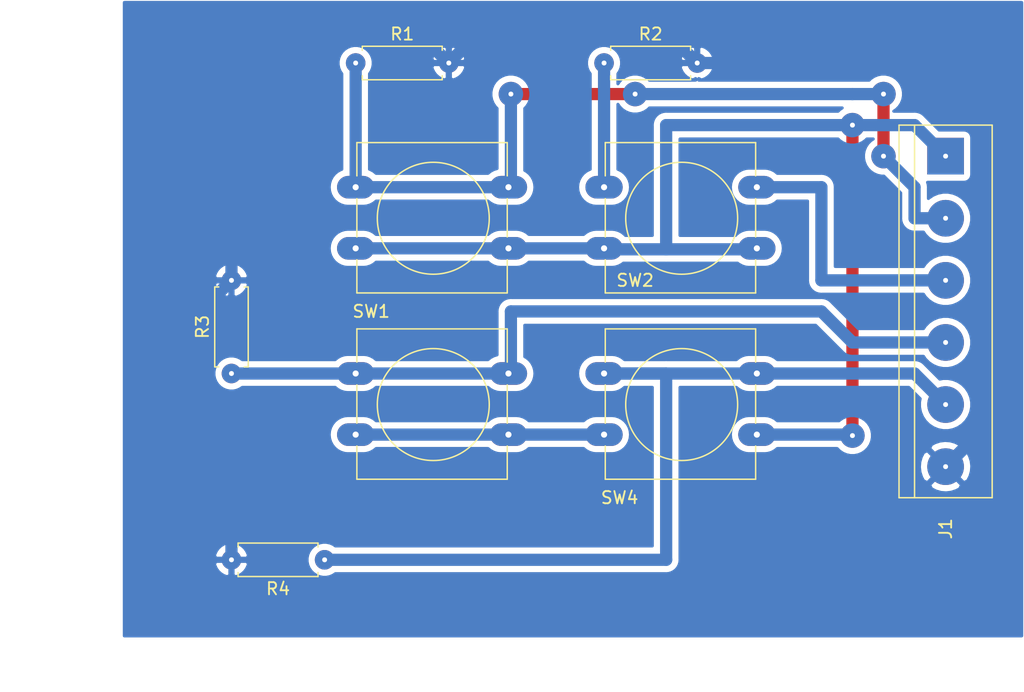
<source format=kicad_pcb>
(kicad_pcb (version 20171130) (host pcbnew "(5.1.8)-1")

  (general
    (thickness 1.6)
    (drawings 10)
    (tracks 67)
    (zones 0)
    (modules 9)
    (nets 7)
  )

  (page A4)
  (layers
    (0 F.Cu signal)
    (31 B.Cu signal)
    (32 B.Adhes user)
    (33 F.Adhes user)
    (34 B.Paste user)
    (35 F.Paste user)
    (36 B.SilkS user)
    (37 F.SilkS user)
    (38 B.Mask user)
    (39 F.Mask user)
    (40 Dwgs.User user)
    (41 Cmts.User user)
    (42 Eco1.User user)
    (43 Eco2.User user)
    (44 Edge.Cuts user)
    (45 Margin user)
    (46 B.CrtYd user)
    (47 F.CrtYd user)
    (48 B.Fab user)
    (49 F.Fab user)
  )

  (setup
    (last_trace_width 0.25)
    (user_trace_width 0.5)
    (user_trace_width 1)
    (user_trace_width 2)
    (trace_clearance 0.2)
    (zone_clearance 0.508)
    (zone_45_only no)
    (trace_min 0.2)
    (via_size 0.8)
    (via_drill 0.4)
    (via_min_size 0.4)
    (via_min_drill 0.3)
    (user_via 2 0.4)
    (uvia_size 0.3)
    (uvia_drill 0.1)
    (uvias_allowed no)
    (uvia_min_size 0.2)
    (uvia_min_drill 0.1)
    (edge_width 0.05)
    (segment_width 0.2)
    (pcb_text_width 0.3)
    (pcb_text_size 1.5 1.5)
    (mod_edge_width 0.12)
    (mod_text_size 1 1)
    (mod_text_width 0.15)
    (pad_size 3.048 1.85)
    (pad_drill 0.5)
    (pad_to_mask_clearance 0)
    (aux_axis_origin 0 0)
    (visible_elements 7FFFFFFF)
    (pcbplotparams
      (layerselection 0x01028_7ffffffe)
      (usegerberextensions false)
      (usegerberattributes true)
      (usegerberadvancedattributes true)
      (creategerberjobfile true)
      (excludeedgelayer true)
      (linewidth 1.000000)
      (plotframeref true)
      (viasonmask true)
      (mode 1)
      (useauxorigin false)
      (hpglpennumber 1)
      (hpglpenspeed 20)
      (hpglpendiameter 15.000000)
      (psnegative false)
      (psa4output false)
      (plotreference true)
      (plotvalue true)
      (plotinvisibletext true)
      (padsonsilk true)
      (subtractmaskfromsilk false)
      (outputformat 4)
      (mirror false)
      (drillshape 2)
      (scaleselection 1)
      (outputdirectory ""))
  )

  (net 0 "")
  (net 1 GND)
  (net 2 BLUE)
  (net 3 YELLOW)
  (net 4 +5V)
  (net 5 RED)
  (net 6 GREEN)

  (net_class Default "This is the default net class."
    (clearance 0.2)
    (trace_width 0.25)
    (via_dia 0.8)
    (via_drill 0.4)
    (uvia_dia 0.3)
    (uvia_drill 0.1)
    (add_net +5V)
    (add_net BLUE)
    (add_net GND)
    (add_net GREEN)
    (add_net RED)
    (add_net YELLOW)
  )

  (module Button_Switch_THT:SW_PUSH-12mm (layer F.Cu) (tedit 6649C9F9) (tstamp 66490F02)
    (at 134.62 93.98)
    (descr "SW PUSH 12mm https://www.e-switch.com/system/asset/product_line/data_sheet/143/TL1100.pdf")
    (tags "tact sw push 12mm")
    (path /6649619E)
    (fp_text reference SW3 (at 1.27 10.16) (layer F.SilkS) hide
      (effects (font (size 1 1) (thickness 0.15)))
    )
    (fp_text value YELLOW (at 11.43 9.93) (layer F.Fab)
      (effects (font (size 1 1) (thickness 0.15)))
    )
    (fp_line (start 0.25 8.5) (end 12.25 8.5) (layer F.Fab) (width 0.1))
    (fp_line (start 0.25 -3.5) (end 12.25 -3.5) (layer F.Fab) (width 0.1))
    (fp_line (start 12.25 -3.5) (end 12.25 8.5) (layer F.Fab) (width 0.1))
    (fp_line (start 0.1 -3.65) (end 12.4 -3.65) (layer F.SilkS) (width 0.12))
    (fp_line (start 12.4 0.93) (end 12.4 4.07) (layer F.SilkS) (width 0.12))
    (fp_line (start 12.4 8.65) (end 0.1 8.65) (layer F.SilkS) (width 0.12))
    (fp_line (start 0.1 -0.93) (end 0.1 -3.65) (layer F.SilkS) (width 0.12))
    (fp_line (start -1.77 -3.75) (end 14.25 -3.75) (layer F.CrtYd) (width 0.05))
    (fp_line (start -1.77 -3.75) (end -1.77 8.75) (layer F.CrtYd) (width 0.05))
    (fp_line (start 14.25 8.75) (end 14.25 -3.75) (layer F.CrtYd) (width 0.05))
    (fp_line (start 14.25 8.75) (end -1.77 8.75) (layer F.CrtYd) (width 0.05))
    (fp_circle (center 6.35 2.54) (end 10.16 5.08) (layer F.SilkS) (width 0.12))
    (fp_line (start 0.25 -3.5) (end 0.25 8.5) (layer F.Fab) (width 0.1))
    (fp_line (start 0.1 8.65) (end 0.1 5.93) (layer F.SilkS) (width 0.12))
    (fp_line (start 0.1 4.07) (end 0.1 0.93) (layer F.SilkS) (width 0.12))
    (fp_line (start 12.4 5.93) (end 12.4 8.65) (layer F.SilkS) (width 0.12))
    (fp_line (start 12.4 -3.65) (end 12.4 -0.93) (layer F.SilkS) (width 0.12))
    (fp_text user %R (at 6.35 2.54) (layer F.Fab)
      (effects (font (size 1 1) (thickness 0.15)))
    )
    (pad 2 thru_hole oval (at 0 5) (size 3.048 1.85) (drill 0.5) (layers *.Cu *.Mask)
      (net 4 +5V))
    (pad 1 thru_hole oval (at 0 0) (size 3.048 1.85) (drill 0.5) (layers *.Cu *.Mask)
      (net 3 YELLOW))
    (pad 2 thru_hole oval (at 12.5 5) (size 3.048 1.85) (drill 0.5) (layers *.Cu *.Mask)
      (net 4 +5V))
    (pad 1 thru_hole oval (at 12.5 0) (size 3.048 1.85) (drill 0.5) (layers *.Cu *.Mask)
      (net 3 YELLOW))
    (model ${KISYS3DMOD}/Button_Switch_THT.3dshapes/SW_PUSH-12mm.wrl
      (at (xyz 0 0 0))
      (scale (xyz 1 1 1))
      (rotate (xyz 0 0 0))
    )
  )

  (module Button_Switch_THT:SW_PUSH-12mm (layer F.Cu) (tedit 6649CA13) (tstamp 66490F1C)
    (at 154.94 93.98)
    (descr "SW PUSH 12mm https://www.e-switch.com/system/asset/product_line/data_sheet/143/TL1100.pdf")
    (tags "tact sw push 12mm")
    (path /66496776)
    (fp_text reference SW4 (at 1.27 10.16) (layer F.SilkS)
      (effects (font (size 1 1) (thickness 0.15)))
    )
    (fp_text value BLUE (at 11.43 10.16) (layer F.Fab)
      (effects (font (size 1 1) (thickness 0.15)))
    )
    (fp_line (start 0.25 8.5) (end 12.25 8.5) (layer F.Fab) (width 0.1))
    (fp_line (start 0.25 -3.5) (end 12.25 -3.5) (layer F.Fab) (width 0.1))
    (fp_line (start 12.25 -3.5) (end 12.25 8.5) (layer F.Fab) (width 0.1))
    (fp_line (start 0.1 -3.65) (end 12.4 -3.65) (layer F.SilkS) (width 0.12))
    (fp_line (start 12.4 0.93) (end 12.4 4.07) (layer F.SilkS) (width 0.12))
    (fp_line (start 12.4 8.65) (end 0.1 8.65) (layer F.SilkS) (width 0.12))
    (fp_line (start 0.1 -0.93) (end 0.1 -3.65) (layer F.SilkS) (width 0.12))
    (fp_line (start -1.77 -3.75) (end 14.25 -3.75) (layer F.CrtYd) (width 0.05))
    (fp_line (start -1.77 -3.75) (end -1.77 8.75) (layer F.CrtYd) (width 0.05))
    (fp_line (start 14.25 8.75) (end 14.25 -3.75) (layer F.CrtYd) (width 0.05))
    (fp_line (start 14.25 8.75) (end -1.77 8.75) (layer F.CrtYd) (width 0.05))
    (fp_circle (center 6.35 2.54) (end 10.16 5.08) (layer F.SilkS) (width 0.12))
    (fp_line (start 0.25 -3.5) (end 0.25 8.5) (layer F.Fab) (width 0.1))
    (fp_line (start 0.1 8.65) (end 0.1 5.93) (layer F.SilkS) (width 0.12))
    (fp_line (start 0.1 4.07) (end 0.1 0.93) (layer F.SilkS) (width 0.12))
    (fp_line (start 12.4 5.93) (end 12.4 8.65) (layer F.SilkS) (width 0.12))
    (fp_line (start 12.4 -3.65) (end 12.4 -0.93) (layer F.SilkS) (width 0.12))
    (fp_text user %R (at 7.62 2.54) (layer F.Fab)
      (effects (font (size 1 1) (thickness 0.15)))
    )
    (pad 2 thru_hole oval (at 0 5) (size 3.048 1.85) (drill 0.5) (layers *.Cu *.Mask)
      (net 4 +5V))
    (pad 1 thru_hole oval (at 0 0) (size 3.048 1.85) (drill 0.5) (layers *.Cu *.Mask)
      (net 2 BLUE))
    (pad 2 thru_hole oval (at 12.5 5) (size 3.048 1.85) (drill 0.5) (layers *.Cu *.Mask)
      (net 4 +5V))
    (pad 1 thru_hole oval (at 12.5 0) (size 3.048 1.85) (drill 0.5) (layers *.Cu *.Mask)
      (net 2 BLUE))
    (model ${KISYS3DMOD}/Button_Switch_THT.3dshapes/SW_PUSH-12mm.wrl
      (at (xyz 0 0 0))
      (scale (xyz 1 1 1))
      (rotate (xyz 0 0 0))
    )
  )

  (module Button_Switch_THT:SW_PUSH-12mm (layer F.Cu) (tedit 6649C9DF) (tstamp 664913FA)
    (at 154.94 78.74)
    (descr "SW PUSH 12mm https://www.e-switch.com/system/asset/product_line/data_sheet/143/TL1100.pdf")
    (tags "tact sw push 12mm")
    (path /6649580C)
    (fp_text reference SW2 (at 2.54 7.62) (layer F.SilkS)
      (effects (font (size 1 1) (thickness 0.15)))
    )
    (fp_text value RED (at 10.16 7.62) (layer F.Fab)
      (effects (font (size 1 1) (thickness 0.15)))
    )
    (fp_line (start 0.25 8.5) (end 12.25 8.5) (layer F.Fab) (width 0.1))
    (fp_line (start 0.25 -3.5) (end 12.25 -3.5) (layer F.Fab) (width 0.1))
    (fp_line (start 12.25 -3.5) (end 12.25 8.5) (layer F.Fab) (width 0.1))
    (fp_line (start 0.1 -3.65) (end 12.4 -3.65) (layer F.SilkS) (width 0.12))
    (fp_line (start 12.4 0.93) (end 12.4 4.07) (layer F.SilkS) (width 0.12))
    (fp_line (start 12.4 8.65) (end 0.1 8.65) (layer F.SilkS) (width 0.12))
    (fp_line (start 0.1 -0.93) (end 0.1 -3.65) (layer F.SilkS) (width 0.12))
    (fp_line (start -1.77 -3.75) (end 14.25 -3.75) (layer F.CrtYd) (width 0.05))
    (fp_line (start -1.77 -3.75) (end -1.77 8.75) (layer F.CrtYd) (width 0.05))
    (fp_line (start 14.25 8.75) (end 14.25 -3.75) (layer F.CrtYd) (width 0.05))
    (fp_line (start 14.25 8.75) (end -1.77 8.75) (layer F.CrtYd) (width 0.05))
    (fp_circle (center 6.35 2.54) (end 10.16 5.08) (layer F.SilkS) (width 0.12))
    (fp_line (start 0.25 -3.5) (end 0.25 8.5) (layer F.Fab) (width 0.1))
    (fp_line (start 0.1 8.65) (end 0.1 5.93) (layer F.SilkS) (width 0.12))
    (fp_line (start 0.1 4.07) (end 0.1 0.93) (layer F.SilkS) (width 0.12))
    (fp_line (start 12.4 5.93) (end 12.4 8.65) (layer F.SilkS) (width 0.12))
    (fp_line (start 12.4 -3.65) (end 12.4 -0.93) (layer F.SilkS) (width 0.12))
    (fp_text user %R (at 7.62 2.54) (layer F.Fab)
      (effects (font (size 1 1) (thickness 0.15)))
    )
    (pad 2 thru_hole oval (at 0 5) (size 3.048 1.85) (drill 0.5) (layers *.Cu *.Mask)
      (net 4 +5V))
    (pad 1 thru_hole oval (at 0 0) (size 3.048 1.85) (drill 0.5) (layers *.Cu *.Mask)
      (net 5 RED))
    (pad 2 thru_hole oval (at 12.5 5) (size 3.048 1.85) (drill 0.5) (layers *.Cu *.Mask)
      (net 4 +5V))
    (pad 1 thru_hole oval (at 12.5 0) (size 3.048 1.85) (drill 0.5) (layers *.Cu *.Mask)
      (net 5 RED))
    (model ${KISYS3DMOD}/Button_Switch_THT.3dshapes/SW_PUSH-12mm.wrl
      (at (xyz 0 0 0))
      (scale (xyz 1 1 1))
      (rotate (xyz 0 0 0))
    )
  )

  (module Button_Switch_THT:SW_PUSH-12mm (layer F.Cu) (tedit 6649C9C2) (tstamp 6649121B)
    (at 134.62 78.74)
    (descr "SW PUSH 12mm https://www.e-switch.com/system/asset/product_line/data_sheet/143/TL1100.pdf")
    (tags "tact sw push 12mm")
    (path /6649400F)
    (fp_text reference SW1 (at 1.27 10.16) (layer F.SilkS)
      (effects (font (size 1 1) (thickness 0.15)))
    )
    (fp_text value Green (at 8.89 9.93) (layer F.Fab)
      (effects (font (size 1 1) (thickness 0.15)))
    )
    (fp_line (start 0.25 8.5) (end 12.25 8.5) (layer F.Fab) (width 0.1))
    (fp_line (start 0.25 -3.5) (end 12.25 -3.5) (layer F.Fab) (width 0.1))
    (fp_line (start 12.25 -3.5) (end 12.25 8.5) (layer F.Fab) (width 0.1))
    (fp_line (start 0.1 -3.65) (end 12.4 -3.65) (layer F.SilkS) (width 0.12))
    (fp_line (start 12.4 0.93) (end 12.4 4.07) (layer F.SilkS) (width 0.12))
    (fp_line (start 12.4 8.65) (end 0.1 8.65) (layer F.SilkS) (width 0.12))
    (fp_line (start 0.1 -0.93) (end 0.1 -3.65) (layer F.SilkS) (width 0.12))
    (fp_line (start -1.77 -3.75) (end 14.25 -3.75) (layer F.CrtYd) (width 0.05))
    (fp_line (start -1.77 -3.75) (end -1.77 8.75) (layer F.CrtYd) (width 0.05))
    (fp_line (start 14.25 8.75) (end 14.25 -3.75) (layer F.CrtYd) (width 0.05))
    (fp_line (start 14.25 8.75) (end -1.77 8.75) (layer F.CrtYd) (width 0.05))
    (fp_circle (center 6.35 2.54) (end 10.16 5.08) (layer F.SilkS) (width 0.12))
    (fp_line (start 0.25 -3.5) (end 0.25 8.5) (layer F.Fab) (width 0.1))
    (fp_line (start 0.1 8.65) (end 0.1 5.93) (layer F.SilkS) (width 0.12))
    (fp_line (start 0.1 4.07) (end 0.1 0.93) (layer F.SilkS) (width 0.12))
    (fp_line (start 12.4 5.93) (end 12.4 8.65) (layer F.SilkS) (width 0.12))
    (fp_line (start 12.4 -3.65) (end 12.4 -0.93) (layer F.SilkS) (width 0.12))
    (fp_text user %R (at 6.35 2.54) (layer F.Fab)
      (effects (font (size 1 1) (thickness 0.15)))
    )
    (pad 2 thru_hole oval (at 0 5) (size 3.048 1.85) (drill 0.5) (layers *.Cu *.Mask)
      (net 4 +5V))
    (pad 1 thru_hole oval (at 0 0) (size 3.048 1.85) (drill 0.5) (layers *.Cu *.Mask)
      (net 6 GREEN))
    (pad 2 thru_hole oval (at 12.5 5) (size 3.048 1.85) (drill 0.5) (layers *.Cu *.Mask)
      (net 4 +5V))
    (pad 1 thru_hole oval (at 12.5 0) (size 3.048 1.85) (drill 0.5) (layers *.Cu *.Mask)
      (net 6 GREEN))
    (model ${KISYS3DMOD}/Button_Switch_THT.3dshapes/SW_PUSH-12mm.wrl
      (at (xyz 0 0 0))
      (scale (xyz 1 1 1))
      (rotate (xyz 0 0 0))
    )
  )

  (module Resistor_THT:R_Axial_DIN0207_L6.3mm_D2.5mm_P7.62mm_Horizontal (layer F.Cu) (tedit 6649C921) (tstamp 66491738)
    (at 132.08 109.22 180)
    (descr "Resistor, Axial_DIN0207 series, Axial, Horizontal, pin pitch=7.62mm, 0.25W = 1/4W, length*diameter=6.3*2.5mm^2, http://cdn-reichelt.de/documents/datenblatt/B400/1_4W%23YAG.pdf")
    (tags "Resistor Axial_DIN0207 series Axial Horizontal pin pitch 7.62mm 0.25W = 1/4W length 6.3mm diameter 2.5mm")
    (path /66498950)
    (fp_text reference R4 (at 3.81 -2.37) (layer F.SilkS)
      (effects (font (size 1 1) (thickness 0.15)))
    )
    (fp_text value 10K (at 3.81 2.37) (layer F.Fab)
      (effects (font (size 1 1) (thickness 0.15)))
    )
    (fp_line (start 0.66 -1.25) (end 0.66 1.25) (layer F.Fab) (width 0.1))
    (fp_line (start 0.66 1.25) (end 6.96 1.25) (layer F.Fab) (width 0.1))
    (fp_line (start 6.96 1.25) (end 6.96 -1.25) (layer F.Fab) (width 0.1))
    (fp_line (start 6.96 -1.25) (end 0.66 -1.25) (layer F.Fab) (width 0.1))
    (fp_line (start 0 0) (end 0.66 0) (layer F.Fab) (width 0.1))
    (fp_line (start 7.62 0) (end 6.96 0) (layer F.Fab) (width 0.1))
    (fp_line (start 0.54 -1.04) (end 0.54 -1.37) (layer F.SilkS) (width 0.12))
    (fp_line (start 0.54 -1.37) (end 7.08 -1.37) (layer F.SilkS) (width 0.12))
    (fp_line (start 7.08 -1.37) (end 7.08 -1.04) (layer F.SilkS) (width 0.12))
    (fp_line (start 0.54 1.04) (end 0.54 1.37) (layer F.SilkS) (width 0.12))
    (fp_line (start 0.54 1.37) (end 7.08 1.37) (layer F.SilkS) (width 0.12))
    (fp_line (start 7.08 1.37) (end 7.08 1.04) (layer F.SilkS) (width 0.12))
    (fp_line (start -1.05 -1.5) (end -1.05 1.5) (layer F.CrtYd) (width 0.05))
    (fp_line (start -1.05 1.5) (end 8.67 1.5) (layer F.CrtYd) (width 0.05))
    (fp_line (start 8.67 1.5) (end 8.67 -1.5) (layer F.CrtYd) (width 0.05))
    (fp_line (start 8.67 -1.5) (end -1.05 -1.5) (layer F.CrtYd) (width 0.05))
    (fp_text user %R (at 3.81 0) (layer F.Fab)
      (effects (font (size 1 1) (thickness 0.15)))
    )
    (pad 2 thru_hole oval (at 7.62 0 180) (size 1.6 1.6) (drill 0.4) (layers *.Cu *.Mask)
      (net 1 GND))
    (pad 1 thru_hole circle (at 0 0 180) (size 1.6 1.6) (drill 0.4) (layers *.Cu *.Mask)
      (net 2 BLUE))
    (model ${KISYS3DMOD}/Resistor_THT.3dshapes/R_Axial_DIN0207_L6.3mm_D2.5mm_P7.62mm_Horizontal.wrl
      (at (xyz 0 0 0))
      (scale (xyz 1 1 1))
      (rotate (xyz 0 0 0))
    )
  )

  (module Resistor_THT:R_Axial_DIN0207_L6.3mm_D2.5mm_P7.62mm_Horizontal (layer F.Cu) (tedit 6649C908) (tstamp 66490E9D)
    (at 124.46 93.98 90)
    (descr "Resistor, Axial_DIN0207 series, Axial, Horizontal, pin pitch=7.62mm, 0.25W = 1/4W, length*diameter=6.3*2.5mm^2, http://cdn-reichelt.de/documents/datenblatt/B400/1_4W%23YAG.pdf")
    (tags "Resistor Axial_DIN0207 series Axial Horizontal pin pitch 7.62mm 0.25W = 1/4W length 6.3mm diameter 2.5mm")
    (path /664983D7)
    (fp_text reference R3 (at 3.81 -2.37 90) (layer F.SilkS)
      (effects (font (size 1 1) (thickness 0.15)))
    )
    (fp_text value 10K (at 3.81 2.37 90) (layer F.Fab)
      (effects (font (size 1 1) (thickness 0.15)))
    )
    (fp_line (start 0.66 -1.25) (end 0.66 1.25) (layer F.Fab) (width 0.1))
    (fp_line (start 0.66 1.25) (end 6.96 1.25) (layer F.Fab) (width 0.1))
    (fp_line (start 6.96 1.25) (end 6.96 -1.25) (layer F.Fab) (width 0.1))
    (fp_line (start 6.96 -1.25) (end 0.66 -1.25) (layer F.Fab) (width 0.1))
    (fp_line (start 0 0) (end 0.66 0) (layer F.Fab) (width 0.1))
    (fp_line (start 7.62 0) (end 6.96 0) (layer F.Fab) (width 0.1))
    (fp_line (start 0.54 -1.04) (end 0.54 -1.37) (layer F.SilkS) (width 0.12))
    (fp_line (start 0.54 -1.37) (end 7.08 -1.37) (layer F.SilkS) (width 0.12))
    (fp_line (start 7.08 -1.37) (end 7.08 -1.04) (layer F.SilkS) (width 0.12))
    (fp_line (start 0.54 1.04) (end 0.54 1.37) (layer F.SilkS) (width 0.12))
    (fp_line (start 0.54 1.37) (end 7.08 1.37) (layer F.SilkS) (width 0.12))
    (fp_line (start 7.08 1.37) (end 7.08 1.04) (layer F.SilkS) (width 0.12))
    (fp_line (start -1.05 -1.5) (end -1.05 1.5) (layer F.CrtYd) (width 0.05))
    (fp_line (start -1.05 1.5) (end 8.67 1.5) (layer F.CrtYd) (width 0.05))
    (fp_line (start 8.67 1.5) (end 8.67 -1.5) (layer F.CrtYd) (width 0.05))
    (fp_line (start 8.67 -1.5) (end -1.05 -1.5) (layer F.CrtYd) (width 0.05))
    (fp_text user %R (at 3.81 0 90) (layer F.Fab)
      (effects (font (size 1 1) (thickness 0.15)))
    )
    (pad 2 thru_hole oval (at 7.62 0 90) (size 1.6 1.6) (drill 0.4) (layers *.Cu *.Mask)
      (net 1 GND))
    (pad 1 thru_hole circle (at 0 0 90) (size 1.6 1.6) (drill 0.4) (layers *.Cu *.Mask)
      (net 3 YELLOW))
    (model ${KISYS3DMOD}/Resistor_THT.3dshapes/R_Axial_DIN0207_L6.3mm_D2.5mm_P7.62mm_Horizontal.wrl
      (at (xyz 0 0 0))
      (scale (xyz 1 1 1))
      (rotate (xyz 0 0 0))
    )
  )

  (module Resistor_THT:R_Axial_DIN0207_L6.3mm_D2.5mm_P7.62mm_Horizontal (layer F.Cu) (tedit 6649C930) (tstamp 66490E86)
    (at 154.94 68.58)
    (descr "Resistor, Axial_DIN0207 series, Axial, Horizontal, pin pitch=7.62mm, 0.25W = 1/4W, length*diameter=6.3*2.5mm^2, http://cdn-reichelt.de/documents/datenblatt/B400/1_4W%23YAG.pdf")
    (tags "Resistor Axial_DIN0207 series Axial Horizontal pin pitch 7.62mm 0.25W = 1/4W length 6.3mm diameter 2.5mm")
    (path /66497D72)
    (fp_text reference R2 (at 3.81 -2.37) (layer F.SilkS)
      (effects (font (size 1 1) (thickness 0.15)))
    )
    (fp_text value 10K (at -3.81 0) (layer F.Fab)
      (effects (font (size 1 1) (thickness 0.15)))
    )
    (fp_line (start 0.66 -1.25) (end 0.66 1.25) (layer F.Fab) (width 0.1))
    (fp_line (start 0.66 1.25) (end 6.96 1.25) (layer F.Fab) (width 0.1))
    (fp_line (start 6.96 1.25) (end 6.96 -1.25) (layer F.Fab) (width 0.1))
    (fp_line (start 6.96 -1.25) (end 0.66 -1.25) (layer F.Fab) (width 0.1))
    (fp_line (start 0 0) (end 0.66 0) (layer F.Fab) (width 0.1))
    (fp_line (start 7.62 0) (end 6.96 0) (layer F.Fab) (width 0.1))
    (fp_line (start 0.54 -1.04) (end 0.54 -1.37) (layer F.SilkS) (width 0.12))
    (fp_line (start 0.54 -1.37) (end 7.08 -1.37) (layer F.SilkS) (width 0.12))
    (fp_line (start 7.08 -1.37) (end 7.08 -1.04) (layer F.SilkS) (width 0.12))
    (fp_line (start 0.54 1.04) (end 0.54 1.37) (layer F.SilkS) (width 0.12))
    (fp_line (start 0.54 1.37) (end 7.08 1.37) (layer F.SilkS) (width 0.12))
    (fp_line (start 7.08 1.37) (end 7.08 1.04) (layer F.SilkS) (width 0.12))
    (fp_line (start -1.05 -1.5) (end -1.05 1.5) (layer F.CrtYd) (width 0.05))
    (fp_line (start -1.05 1.5) (end 8.67 1.5) (layer F.CrtYd) (width 0.05))
    (fp_line (start 8.67 1.5) (end 8.67 -1.5) (layer F.CrtYd) (width 0.05))
    (fp_line (start 8.67 -1.5) (end -1.05 -1.5) (layer F.CrtYd) (width 0.05))
    (fp_text user %R (at 3.81 0) (layer F.Fab)
      (effects (font (size 1 1) (thickness 0.15)))
    )
    (pad 2 thru_hole oval (at 7.62 0) (size 1.6 1.6) (drill 0.4) (layers *.Cu *.Mask)
      (net 1 GND))
    (pad 1 thru_hole circle (at 0 0) (size 1.6 1.6) (drill 0.4) (layers *.Cu *.Mask)
      (net 5 RED))
    (model ${KISYS3DMOD}/Resistor_THT.3dshapes/R_Axial_DIN0207_L6.3mm_D2.5mm_P7.62mm_Horizontal.wrl
      (at (xyz 0 0 0))
      (scale (xyz 1 1 1))
      (rotate (xyz 0 0 0))
    )
  )

  (module Resistor_THT:R_Axial_DIN0207_L6.3mm_D2.5mm_P7.62mm_Horizontal (layer F.Cu) (tedit 6649C8E9) (tstamp 664915A1)
    (at 134.62 68.58)
    (descr "Resistor, Axial_DIN0207 series, Axial, Horizontal, pin pitch=7.62mm, 0.25W = 1/4W, length*diameter=6.3*2.5mm^2, http://cdn-reichelt.de/documents/datenblatt/B400/1_4W%23YAG.pdf")
    (tags "Resistor Axial_DIN0207 series Axial Horizontal pin pitch 7.62mm 0.25W = 1/4W length 6.3mm diameter 2.5mm")
    (path /664976EB)
    (fp_text reference R1 (at 3.81 -2.37) (layer F.SilkS)
      (effects (font (size 1 1) (thickness 0.15)))
    )
    (fp_text value 10K (at 3.81 2.37) (layer F.Fab)
      (effects (font (size 1 1) (thickness 0.15)))
    )
    (fp_line (start 0.66 -1.25) (end 0.66 1.25) (layer F.Fab) (width 0.1))
    (fp_line (start 0.66 1.25) (end 6.96 1.25) (layer F.Fab) (width 0.1))
    (fp_line (start 6.96 1.25) (end 6.96 -1.25) (layer F.Fab) (width 0.1))
    (fp_line (start 6.96 -1.25) (end 0.66 -1.25) (layer F.Fab) (width 0.1))
    (fp_line (start 0 0) (end 0.66 0) (layer F.Fab) (width 0.1))
    (fp_line (start 7.62 0) (end 6.96 0) (layer F.Fab) (width 0.1))
    (fp_line (start 0.54 -1.04) (end 0.54 -1.37) (layer F.SilkS) (width 0.12))
    (fp_line (start 0.54 -1.37) (end 7.08 -1.37) (layer F.SilkS) (width 0.12))
    (fp_line (start 7.08 -1.37) (end 7.08 -1.04) (layer F.SilkS) (width 0.12))
    (fp_line (start 0.54 1.04) (end 0.54 1.37) (layer F.SilkS) (width 0.12))
    (fp_line (start 0.54 1.37) (end 7.08 1.37) (layer F.SilkS) (width 0.12))
    (fp_line (start 7.08 1.37) (end 7.08 1.04) (layer F.SilkS) (width 0.12))
    (fp_line (start -1.05 -1.5) (end -1.05 1.5) (layer F.CrtYd) (width 0.05))
    (fp_line (start -1.05 1.5) (end 8.67 1.5) (layer F.CrtYd) (width 0.05))
    (fp_line (start 8.67 1.5) (end 8.67 -1.5) (layer F.CrtYd) (width 0.05))
    (fp_line (start 8.67 -1.5) (end -1.05 -1.5) (layer F.CrtYd) (width 0.05))
    (fp_text user %R (at 3.81 0) (layer F.Fab)
      (effects (font (size 1 1) (thickness 0.15)))
    )
    (pad 2 thru_hole oval (at 7.62 0) (size 1.6 1.6) (drill 0.4) (layers *.Cu *.Mask)
      (net 1 GND))
    (pad 1 thru_hole circle (at 0 0) (size 1.6 1.6) (drill 0.4) (layers *.Cu *.Mask)
      (net 6 GREEN))
    (model ${KISYS3DMOD}/Resistor_THT.3dshapes/R_Axial_DIN0207_L6.3mm_D2.5mm_P7.62mm_Horizontal.wrl
      (at (xyz 0 0 0))
      (scale (xyz 1 1 1))
      (rotate (xyz 0 0 0))
    )
  )

  (module TerminalBlock:TerminalBlock_bornier-6_P5.08mm (layer F.Cu) (tedit 6649C976) (tstamp 66490E58)
    (at 182.88 76.2 270)
    (descr "simple 6pin terminal block, pitch 5.08mm, revamped version of bornier6")
    (tags "terminal block bornier6")
    (path /664B26FE)
    (fp_text reference J1 (at 30.48 0 90) (layer F.SilkS)
      (effects (font (size 1 1) (thickness 0.15)))
    )
    (fp_text value Conn_01x06_Male (at 12.7 -5.08 90) (layer F.Fab)
      (effects (font (size 1 1) (thickness 0.15)))
    )
    (fp_line (start -2.5 2.55) (end 27.9 2.55) (layer F.Fab) (width 0.1))
    (fp_line (start -2.5 -3.75) (end -2.5 3.75) (layer F.Fab) (width 0.1))
    (fp_line (start -2.5 3.75) (end 27.9 3.75) (layer F.Fab) (width 0.1))
    (fp_line (start 27.9 3.75) (end 27.9 -3.75) (layer F.Fab) (width 0.1))
    (fp_line (start 27.9 -3.75) (end -2.5 -3.75) (layer F.Fab) (width 0.1))
    (fp_line (start -2.54 -3.81) (end -2.54 3.81) (layer F.SilkS) (width 0.12))
    (fp_line (start 27.94 3.81) (end 27.94 -3.81) (layer F.SilkS) (width 0.12))
    (fp_line (start -2.54 2.54) (end 27.94 2.54) (layer F.SilkS) (width 0.12))
    (fp_line (start -2.54 -3.81) (end 27.94 -3.81) (layer F.SilkS) (width 0.12))
    (fp_line (start -2.54 3.81) (end 27.94 3.81) (layer F.SilkS) (width 0.12))
    (fp_line (start -2.75 -4) (end 28.15 -4) (layer F.CrtYd) (width 0.05))
    (fp_line (start -2.75 -4) (end -2.75 4) (layer F.CrtYd) (width 0.05))
    (fp_line (start 28.15 4) (end 28.15 -4) (layer F.CrtYd) (width 0.05))
    (fp_line (start 28.15 4) (end -2.75 4) (layer F.CrtYd) (width 0.05))
    (fp_text user %R (at 12.7 0 90) (layer F.Fab)
      (effects (font (size 1 1) (thickness 0.15)))
    )
    (pad 6 thru_hole circle (at 25.4 0 270) (size 3 3) (drill 0.4) (layers *.Cu *.Mask)
      (net 1 GND))
    (pad 5 thru_hole circle (at 20.32 0 270) (size 3 3) (drill 0.4) (layers *.Cu *.Mask)
      (net 2 BLUE))
    (pad 4 thru_hole circle (at 15.24 0 270) (size 3 3) (drill 0.4) (layers *.Cu *.Mask)
      (net 3 YELLOW))
    (pad 1 thru_hole rect (at 0 0 270) (size 3 3) (drill 0.4) (layers *.Cu *.Mask)
      (net 4 +5V))
    (pad 3 thru_hole circle (at 10.16 0 270) (size 3 3) (drill 0.4) (layers *.Cu *.Mask)
      (net 5 RED))
    (pad 2 thru_hole circle (at 5.08 0 270) (size 3 3) (drill 0.4) (layers *.Cu *.Mask)
      (net 6 GREEN))
    (model ${KISYS3DMOD}/TerminalBlock.3dshapes/TerminalBlock_bornier-6_P5.08mm.wrl
      (offset (xyz 12.69999980926514 0 0))
      (scale (xyz 1 1 1))
      (rotate (xyz 0 0 0))
    )
  )

  (dimension 73.66 (width 0.15) (layer Dwgs.User)
    (gr_text "73.660 mm" (at 152.4 120.68) (layer Dwgs.User)
      (effects (font (size 1 1) (thickness 0.15)))
    )
    (feature1 (pts (xy 189.23 118.11) (xy 189.23 119.966421)))
    (feature2 (pts (xy 115.57 118.11) (xy 115.57 119.966421)))
    (crossbar (pts (xy 115.57 119.38) (xy 189.23 119.38)))
    (arrow1a (pts (xy 189.23 119.38) (xy 188.103496 119.966421)))
    (arrow1b (pts (xy 189.23 119.38) (xy 188.103496 118.793579)))
    (arrow2a (pts (xy 115.57 119.38) (xy 116.696504 119.966421)))
    (arrow2b (pts (xy 115.57 119.38) (xy 116.696504 118.793579)))
  )
  (gr_line (start 189.23 63.5) (end 186.69 63.5) (layer Dwgs.User) (width 0.15))
  (gr_line (start 189.23 115.57) (end 187.96 115.57) (layer Dwgs.User) (width 0.15) (tstamp 6649C776))
  (gr_line (start 189.23 63.5) (end 189.23 115.57) (layer Dwgs.User) (width 0.15))
  (dimension 52.07 (width 0.15) (layer Dwgs.User)
    (gr_text "52.070 mm" (at 109.19 89.535 270) (layer Dwgs.User)
      (effects (font (size 1 1) (thickness 0.15)))
    )
    (feature1 (pts (xy 113.03 115.57) (xy 109.903579 115.57)))
    (feature2 (pts (xy 113.03 63.5) (xy 109.903579 63.5)))
    (crossbar (pts (xy 110.49 63.5) (xy 110.49 115.57)))
    (arrow1a (pts (xy 110.49 115.57) (xy 109.903579 114.443496)))
    (arrow1b (pts (xy 110.49 115.57) (xy 111.076421 114.443496)))
    (arrow2a (pts (xy 110.49 63.5) (xy 109.903579 64.626504)))
    (arrow2b (pts (xy 110.49 63.5) (xy 111.076421 64.626504)))
  )
  (gr_line (start 115.57 113.03) (end 115.57 115.57) (layer Dwgs.User) (width 0.15) (tstamp 6649C747))
  (gr_line (start 115.57 115.57) (end 187.96 115.57) (layer Dwgs.User) (width 0.15))
  (gr_line (start 115.57 63.5) (end 115.57 114.3) (layer Dwgs.User) (width 0.15))
  (gr_line (start 116.84 63.5) (end 115.57 63.5) (layer Dwgs.User) (width 0.15))
  (gr_line (start 116.84 63.5) (end 187.96 63.5) (layer Dwgs.User) (width 0.15))

  (segment (start 185.42 99.06) (end 182.88 101.6) (width 1) (layer B.Cu) (net 1))
  (segment (start 142.24 68.58) (end 139.7 66.04) (width 1) (layer B.Cu) (net 1))
  (segment (start 139.7 66.04) (end 124.46 66.04) (width 1) (layer B.Cu) (net 1))
  (segment (start 124.46 66.04) (end 124.46 86.36) (width 1) (layer B.Cu) (net 1))
  (segment (start 124.46 109.22) (end 124.46 99.06) (width 1) (layer B.Cu) (net 1))
  (segment (start 124.46 99.06) (end 121.92 96.52) (width 1) (layer B.Cu) (net 1))
  (segment (start 121.92 96.52) (end 121.92 88.9) (width 1) (layer B.Cu) (net 1))
  (segment (start 121.92 88.9) (end 124.46 86.36) (width 1) (layer B.Cu) (net 1))
  (segment (start 162.56 68.58) (end 160.02 66.04) (width 1) (layer B.Cu) (net 1))
  (segment (start 160.02 66.04) (end 144.78 66.04) (width 1) (layer B.Cu) (net 1))
  (segment (start 144.78 66.04) (end 142.24 68.58) (width 1) (layer B.Cu) (net 1))
  (segment (start 186.69 97.79) (end 182.88 101.6) (width 1) (layer B.Cu) (net 1))
  (segment (start 186.69 68.58) (end 186.69 97.79) (width 1) (layer B.Cu) (net 1))
  (segment (start 162.56 68.58) (end 186.69 68.58) (width 1) (layer B.Cu) (net 1))
  (segment (start 160.02 93.98) (end 154.94 93.98) (width 1) (layer B.Cu) (net 2))
  (segment (start 160.02 109.22) (end 160.02 93.98) (width 1) (layer B.Cu) (net 2))
  (segment (start 132.08 109.22) (end 160.02 109.22) (width 1) (layer B.Cu) (net 2))
  (segment (start 180.34 93.98) (end 182.88 96.52) (width 1) (layer B.Cu) (net 2))
  (segment (start 167.44 93.98) (end 180.34 93.98) (width 1) (layer B.Cu) (net 2))
  (segment (start 167.44 93.98) (end 154.94 93.98) (width 1) (layer B.Cu) (net 2))
  (segment (start 124.46 93.98) (end 134.62 93.98) (width 1) (layer B.Cu) (net 3))
  (segment (start 182.88 91.44) (end 175.26 91.44) (width 1) (layer B.Cu) (net 3))
  (segment (start 175.26 91.44) (end 172.72 88.9) (width 1) (layer B.Cu) (net 3))
  (segment (start 172.72 88.9) (end 147.32 88.9) (width 1) (layer B.Cu) (net 3))
  (segment (start 147.32 93.78) (end 147.12 93.98) (width 0.25) (layer B.Cu) (net 3))
  (segment (start 147.32 88.9) (end 147.32 93.78) (width 1) (layer B.Cu) (net 3))
  (segment (start 134.62 93.98) (end 147.12 93.98) (width 1) (layer B.Cu) (net 3))
  (segment (start 182.88 76.2) (end 180.34 73.66) (width 1) (layer B.Cu) (net 4))
  (segment (start 180.34 73.66) (end 175.26 73.66) (width 1) (layer B.Cu) (net 4))
  (segment (start 160.02 73.66) (end 160.02 83.82) (width 1) (layer B.Cu) (net 4))
  (segment (start 155.02 83.82) (end 154.94 83.74) (width 0.25) (layer B.Cu) (net 4))
  (segment (start 160.02 83.82) (end 155.02 83.82) (width 1) (layer B.Cu) (net 4))
  (segment (start 167.36 83.82) (end 167.44 83.74) (width 0.25) (layer B.Cu) (net 4))
  (segment (start 160.02 83.82) (end 167.36 83.82) (width 1) (layer B.Cu) (net 4))
  (segment (start 175.26 73.66) (end 175.26 73.66) (width 0.25) (layer B.Cu) (net 4) (tstamp 664917F8))
  (segment (start 175.26 73.66) (end 175.26 73.66) (width 0.25) (layer B.Cu) (net 4) (tstamp 664917FA))
  (segment (start 175.26 73.66) (end 160.02 73.66) (width 1) (layer B.Cu) (net 4) (tstamp 6649C59C))
  (via (at 175.26 73.66) (size 2) (drill 0.4) (layers F.Cu B.Cu) (net 4))
  (segment (start 175.26 73.66) (end 175.26 99.06) (width 1) (layer F.Cu) (net 4))
  (segment (start 167.52 99.06) (end 167.44 98.98) (width 0.25) (layer F.Cu) (net 4))
  (segment (start 175.26 99.06) (end 175.26 99.06) (width 0.25) (layer F.Cu) (net 4) (tstamp 66491802))
  (via (at 175.26 99.06) (size 2) (drill 0.4) (layers F.Cu B.Cu) (net 4))
  (segment (start 147.12 98.98) (end 154.94 98.98) (width 1) (layer B.Cu) (net 4))
  (segment (start 147.12 83.74) (end 154.94 83.74) (width 1) (layer B.Cu) (net 4))
  (segment (start 175.18 98.98) (end 175.26 99.06) (width 0.25) (layer B.Cu) (net 4))
  (segment (start 167.44 98.98) (end 175.18 98.98) (width 1) (layer B.Cu) (net 4))
  (segment (start 134.62 98.98) (end 147.12 98.98) (width 1) (layer B.Cu) (net 4))
  (segment (start 147.12 83.74) (end 134.62 83.74) (width 1) (layer B.Cu) (net 4))
  (segment (start 154.94 68.58) (end 154.94 78.74) (width 1) (layer B.Cu) (net 5))
  (segment (start 182.88 86.36) (end 172.72 86.36) (width 1) (layer B.Cu) (net 5))
  (segment (start 172.72 86.36) (end 172.72 78.74) (width 1) (layer B.Cu) (net 5))
  (segment (start 172.72 78.74) (end 167.44 78.74) (width 1) (layer B.Cu) (net 5))
  (segment (start 134.62 68.58) (end 134.62 78.74) (width 1) (layer B.Cu) (net 6))
  (segment (start 180.34 81.28) (end 180.34 78.74) (width 1) (layer B.Cu) (net 6))
  (segment (start 180.34 78.74) (end 177.8 76.2) (width 1) (layer B.Cu) (net 6))
  (via (at 177.8 76.2) (size 2) (drill 0.4) (layers F.Cu B.Cu) (net 6))
  (segment (start 177.8 76.2) (end 177.8 71.12) (width 1) (layer F.Cu) (net 6))
  (via (at 177.8 71.12) (size 2) (drill 0.4) (layers F.Cu B.Cu) (net 6))
  (segment (start 177.8 71.12) (end 175.26 71.12) (width 1) (layer B.Cu) (net 6))
  (segment (start 175.26 71.12) (end 157.48 71.12) (width 1) (layer B.Cu) (net 6))
  (via (at 157.48 71.12) (size 2) (drill 0.4) (layers F.Cu B.Cu) (net 6))
  (segment (start 157.48 71.12) (end 147.32 71.12) (width 1) (layer F.Cu) (net 6))
  (via (at 147.32 71.12) (size 2) (drill 0.4) (layers F.Cu B.Cu) (net 6))
  (segment (start 147.32 78.54) (end 147.12 78.74) (width 0.25) (layer B.Cu) (net 6))
  (segment (start 147.32 71.12) (end 147.32 78.54) (width 1) (layer B.Cu) (net 6))
  (segment (start 134.62 78.74) (end 147.12 78.74) (width 1) (layer B.Cu) (net 6))
  (segment (start 182.88 81.28) (end 180.34 81.28) (width 1) (layer B.Cu) (net 6))

  (zone (net 1) (net_name GND) (layer B.Cu) (tstamp 685AEFF7) (hatch edge 0.508)
    (connect_pads (clearance 0.508))
    (min_thickness 0.254)
    (fill yes (arc_segments 32) (thermal_gap 0.508) (thermal_bridge_width 0.508))
    (polygon
      (pts
        (xy 189.23 115.57) (xy 115.57 115.57) (xy 115.57 63.5) (xy 189.23 63.5)
      )
    )
    (filled_polygon
      (pts
        (xy 189.103 115.443) (xy 115.697 115.443) (xy 115.697 109.569039) (xy 123.068096 109.569039) (xy 123.108754 109.703087)
        (xy 123.228963 109.95742) (xy 123.396481 110.183414) (xy 123.604869 110.372385) (xy 123.846119 110.51707) (xy 124.11096 110.611909)
        (xy 124.333 110.490624) (xy 124.333 109.347) (xy 124.587 109.347) (xy 124.587 110.490624) (xy 124.80904 110.611909)
        (xy 125.073881 110.51707) (xy 125.315131 110.372385) (xy 125.523519 110.183414) (xy 125.691037 109.95742) (xy 125.811246 109.703087)
        (xy 125.851904 109.569039) (xy 125.729915 109.347) (xy 124.587 109.347) (xy 124.333 109.347) (xy 123.190085 109.347)
        (xy 123.068096 109.569039) (xy 115.697 109.569039) (xy 115.697 108.870961) (xy 123.068096 108.870961) (xy 123.190085 109.093)
        (xy 124.333 109.093) (xy 124.333 107.949376) (xy 124.587 107.949376) (xy 124.587 109.093) (xy 125.729915 109.093)
        (xy 125.73779 109.078665) (xy 130.645 109.078665) (xy 130.645 109.361335) (xy 130.700147 109.638574) (xy 130.80832 109.899727)
        (xy 130.965363 110.134759) (xy 131.165241 110.334637) (xy 131.400273 110.49168) (xy 131.661426 110.599853) (xy 131.938665 110.655)
        (xy 132.221335 110.655) (xy 132.498574 110.599853) (xy 132.759727 110.49168) (xy 132.964284 110.355) (xy 159.964248 110.355)
        (xy 160.02 110.360491) (xy 160.075751 110.355) (xy 160.075752 110.355) (xy 160.242499 110.338577) (xy 160.456447 110.273676)
        (xy 160.653623 110.168284) (xy 160.826449 110.026449) (xy 160.968284 109.853623) (xy 161.073676 109.656447) (xy 161.138577 109.442499)
        (xy 161.160491 109.22) (xy 161.155 109.164248) (xy 161.155 103.091653) (xy 181.567952 103.091653) (xy 181.723962 103.407214)
        (xy 182.098745 103.59802) (xy 182.503551 103.712044) (xy 182.922824 103.744902) (xy 183.340451 103.695334) (xy 183.740383 103.565243)
        (xy 184.036038 103.407214) (xy 184.192048 103.091653) (xy 182.88 101.779605) (xy 181.567952 103.091653) (xy 161.155 103.091653)
        (xy 161.155 101.642824) (xy 180.735098 101.642824) (xy 180.784666 102.060451) (xy 180.914757 102.460383) (xy 181.072786 102.756038)
        (xy 181.388347 102.912048) (xy 182.700395 101.6) (xy 183.059605 101.6) (xy 184.371653 102.912048) (xy 184.687214 102.756038)
        (xy 184.87802 102.381255) (xy 184.992044 101.976449) (xy 185.024902 101.557176) (xy 184.975334 101.139549) (xy 184.845243 100.739617)
        (xy 184.687214 100.443962) (xy 184.371653 100.287952) (xy 183.059605 101.6) (xy 182.700395 101.6) (xy 181.388347 100.287952)
        (xy 181.072786 100.443962) (xy 180.88198 100.818745) (xy 180.767956 101.223551) (xy 180.735098 101.642824) (xy 161.155 101.642824)
        (xy 161.155 98.98) (xy 165.273452 98.98) (xy 165.303572 99.285813) (xy 165.392774 99.579875) (xy 165.537631 99.850883)
        (xy 165.732576 100.088424) (xy 165.970117 100.283369) (xy 166.241125 100.428226) (xy 166.535187 100.517428) (xy 166.764364 100.54)
        (xy 168.115636 100.54) (xy 168.344813 100.517428) (xy 168.638875 100.428226) (xy 168.909883 100.283369) (xy 169.115041 100.115)
        (xy 174.002761 100.115) (xy 174.217748 100.329987) (xy 174.485537 100.508918) (xy 174.783088 100.632168) (xy 175.098967 100.695)
        (xy 175.421033 100.695) (xy 175.736912 100.632168) (xy 176.034463 100.508918) (xy 176.302252 100.329987) (xy 176.523892 100.108347)
        (xy 181.567952 100.108347) (xy 182.88 101.420395) (xy 184.192048 100.108347) (xy 184.036038 99.792786) (xy 183.661255 99.60198)
        (xy 183.256449 99.487956) (xy 182.837176 99.455098) (xy 182.419549 99.504666) (xy 182.019617 99.634757) (xy 181.723962 99.792786)
        (xy 181.567952 100.108347) (xy 176.523892 100.108347) (xy 176.529987 100.102252) (xy 176.708918 99.834463) (xy 176.832168 99.536912)
        (xy 176.895 99.221033) (xy 176.895 98.898967) (xy 176.832168 98.583088) (xy 176.708918 98.285537) (xy 176.529987 98.017748)
        (xy 176.302252 97.790013) (xy 176.034463 97.611082) (xy 175.736912 97.487832) (xy 175.421033 97.425) (xy 175.098967 97.425)
        (xy 174.783088 97.487832) (xy 174.485537 97.611082) (xy 174.217748 97.790013) (xy 174.162761 97.845) (xy 169.115041 97.845)
        (xy 168.909883 97.676631) (xy 168.638875 97.531774) (xy 168.344813 97.442572) (xy 168.115636 97.42) (xy 166.764364 97.42)
        (xy 166.535187 97.442572) (xy 166.241125 97.531774) (xy 165.970117 97.676631) (xy 165.732576 97.871576) (xy 165.537631 98.109117)
        (xy 165.392774 98.380125) (xy 165.303572 98.674187) (xy 165.273452 98.98) (xy 161.155 98.98) (xy 161.155 95.115)
        (xy 165.764959 95.115) (xy 165.970117 95.283369) (xy 166.241125 95.428226) (xy 166.535187 95.517428) (xy 166.764364 95.54)
        (xy 168.115636 95.54) (xy 168.344813 95.517428) (xy 168.638875 95.428226) (xy 168.909883 95.283369) (xy 169.115041 95.115)
        (xy 179.869869 95.115) (xy 180.798023 96.043155) (xy 180.745 96.309721) (xy 180.745 96.730279) (xy 180.827047 97.142756)
        (xy 180.987988 97.531302) (xy 181.221637 97.880983) (xy 181.519017 98.178363) (xy 181.868698 98.412012) (xy 182.257244 98.572953)
        (xy 182.669721 98.655) (xy 183.090279 98.655) (xy 183.502756 98.572953) (xy 183.891302 98.412012) (xy 184.240983 98.178363)
        (xy 184.538363 97.880983) (xy 184.772012 97.531302) (xy 184.932953 97.142756) (xy 185.015 96.730279) (xy 185.015 96.309721)
        (xy 184.932953 95.897244) (xy 184.772012 95.508698) (xy 184.538363 95.159017) (xy 184.240983 94.861637) (xy 183.891302 94.627988)
        (xy 183.502756 94.467047) (xy 183.090279 94.385) (xy 182.669721 94.385) (xy 182.403155 94.438023) (xy 181.181996 93.216865)
        (xy 181.146449 93.173551) (xy 180.973623 93.031716) (xy 180.776447 92.926324) (xy 180.562499 92.861423) (xy 180.395752 92.845)
        (xy 180.395751 92.845) (xy 180.34 92.839509) (xy 180.284249 92.845) (xy 169.115041 92.845) (xy 168.909883 92.676631)
        (xy 168.638875 92.531774) (xy 168.344813 92.442572) (xy 168.115636 92.42) (xy 166.764364 92.42) (xy 166.535187 92.442572)
        (xy 166.241125 92.531774) (xy 165.970117 92.676631) (xy 165.764959 92.845) (xy 160.075752 92.845) (xy 160.02 92.839509)
        (xy 159.964249 92.845) (xy 156.615041 92.845) (xy 156.409883 92.676631) (xy 156.138875 92.531774) (xy 155.844813 92.442572)
        (xy 155.615636 92.42) (xy 154.264364 92.42) (xy 154.035187 92.442572) (xy 153.741125 92.531774) (xy 153.470117 92.676631)
        (xy 153.232576 92.871576) (xy 153.037631 93.109117) (xy 152.892774 93.380125) (xy 152.803572 93.674187) (xy 152.773452 93.98)
        (xy 152.803572 94.285813) (xy 152.892774 94.579875) (xy 153.037631 94.850883) (xy 153.232576 95.088424) (xy 153.470117 95.283369)
        (xy 153.741125 95.428226) (xy 154.035187 95.517428) (xy 154.264364 95.54) (xy 155.615636 95.54) (xy 155.844813 95.517428)
        (xy 156.138875 95.428226) (xy 156.409883 95.283369) (xy 156.615041 95.115) (xy 158.885001 95.115) (xy 158.885 108.085)
        (xy 132.964284 108.085) (xy 132.759727 107.94832) (xy 132.498574 107.840147) (xy 132.221335 107.785) (xy 131.938665 107.785)
        (xy 131.661426 107.840147) (xy 131.400273 107.94832) (xy 131.165241 108.105363) (xy 130.965363 108.305241) (xy 130.80832 108.540273)
        (xy 130.700147 108.801426) (xy 130.645 109.078665) (xy 125.73779 109.078665) (xy 125.851904 108.870961) (xy 125.811246 108.736913)
        (xy 125.691037 108.48258) (xy 125.523519 108.256586) (xy 125.315131 108.067615) (xy 125.073881 107.92293) (xy 124.80904 107.828091)
        (xy 124.587 107.949376) (xy 124.333 107.949376) (xy 124.11096 107.828091) (xy 123.846119 107.92293) (xy 123.604869 108.067615)
        (xy 123.396481 108.256586) (xy 123.228963 108.48258) (xy 123.108754 108.736913) (xy 123.068096 108.870961) (xy 115.697 108.870961)
        (xy 115.697 98.98) (xy 132.453452 98.98) (xy 132.483572 99.285813) (xy 132.572774 99.579875) (xy 132.717631 99.850883)
        (xy 132.912576 100.088424) (xy 133.150117 100.283369) (xy 133.421125 100.428226) (xy 133.715187 100.517428) (xy 133.944364 100.54)
        (xy 135.295636 100.54) (xy 135.524813 100.517428) (xy 135.818875 100.428226) (xy 136.089883 100.283369) (xy 136.295041 100.115)
        (xy 145.444959 100.115) (xy 145.650117 100.283369) (xy 145.921125 100.428226) (xy 146.215187 100.517428) (xy 146.444364 100.54)
        (xy 147.795636 100.54) (xy 148.024813 100.517428) (xy 148.318875 100.428226) (xy 148.589883 100.283369) (xy 148.795041 100.115)
        (xy 153.264959 100.115) (xy 153.470117 100.283369) (xy 153.741125 100.428226) (xy 154.035187 100.517428) (xy 154.264364 100.54)
        (xy 155.615636 100.54) (xy 155.844813 100.517428) (xy 156.138875 100.428226) (xy 156.409883 100.283369) (xy 156.647424 100.088424)
        (xy 156.842369 99.850883) (xy 156.987226 99.579875) (xy 157.076428 99.285813) (xy 157.106548 98.98) (xy 157.076428 98.674187)
        (xy 156.987226 98.380125) (xy 156.842369 98.109117) (xy 156.647424 97.871576) (xy 156.409883 97.676631) (xy 156.138875 97.531774)
        (xy 155.844813 97.442572) (xy 155.615636 97.42) (xy 154.264364 97.42) (xy 154.035187 97.442572) (xy 153.741125 97.531774)
        (xy 153.470117 97.676631) (xy 153.264959 97.845) (xy 148.795041 97.845) (xy 148.589883 97.676631) (xy 148.318875 97.531774)
        (xy 148.024813 97.442572) (xy 147.795636 97.42) (xy 146.444364 97.42) (xy 146.215187 97.442572) (xy 145.921125 97.531774)
        (xy 145.650117 97.676631) (xy 145.444959 97.845) (xy 136.295041 97.845) (xy 136.089883 97.676631) (xy 135.818875 97.531774)
        (xy 135.524813 97.442572) (xy 135.295636 97.42) (xy 133.944364 97.42) (xy 133.715187 97.442572) (xy 133.421125 97.531774)
        (xy 133.150117 97.676631) (xy 132.912576 97.871576) (xy 132.717631 98.109117) (xy 132.572774 98.380125) (xy 132.483572 98.674187)
        (xy 132.453452 98.98) (xy 115.697 98.98) (xy 115.697 93.838665) (xy 123.025 93.838665) (xy 123.025 94.121335)
        (xy 123.080147 94.398574) (xy 123.18832 94.659727) (xy 123.345363 94.894759) (xy 123.545241 95.094637) (xy 123.780273 95.25168)
        (xy 124.041426 95.359853) (xy 124.318665 95.415) (xy 124.601335 95.415) (xy 124.878574 95.359853) (xy 125.139727 95.25168)
        (xy 125.344284 95.115) (xy 132.944959 95.115) (xy 133.150117 95.283369) (xy 133.421125 95.428226) (xy 133.715187 95.517428)
        (xy 133.944364 95.54) (xy 135.295636 95.54) (xy 135.524813 95.517428) (xy 135.818875 95.428226) (xy 136.089883 95.283369)
        (xy 136.295041 95.115) (xy 145.444959 95.115) (xy 145.650117 95.283369) (xy 145.921125 95.428226) (xy 146.215187 95.517428)
        (xy 146.444364 95.54) (xy 147.795636 95.54) (xy 148.024813 95.517428) (xy 148.318875 95.428226) (xy 148.589883 95.283369)
        (xy 148.827424 95.088424) (xy 149.022369 94.850883) (xy 149.167226 94.579875) (xy 149.256428 94.285813) (xy 149.286548 93.98)
        (xy 149.256428 93.674187) (xy 149.167226 93.380125) (xy 149.022369 93.109117) (xy 148.827424 92.871576) (xy 148.589883 92.676631)
        (xy 148.455 92.604534) (xy 148.455 90.035) (xy 172.249869 90.035) (xy 174.418009 92.203141) (xy 174.453551 92.246449)
        (xy 174.626377 92.388284) (xy 174.823553 92.493676) (xy 175.037501 92.558577) (xy 175.204248 92.575) (xy 175.204257 92.575)
        (xy 175.259999 92.58049) (xy 175.315741 92.575) (xy 181.07064 92.575) (xy 181.221637 92.800983) (xy 181.519017 93.098363)
        (xy 181.868698 93.332012) (xy 182.257244 93.492953) (xy 182.669721 93.575) (xy 183.090279 93.575) (xy 183.502756 93.492953)
        (xy 183.891302 93.332012) (xy 184.240983 93.098363) (xy 184.538363 92.800983) (xy 184.772012 92.451302) (xy 184.932953 92.062756)
        (xy 185.015 91.650279) (xy 185.015 91.229721) (xy 184.932953 90.817244) (xy 184.772012 90.428698) (xy 184.538363 90.079017)
        (xy 184.240983 89.781637) (xy 183.891302 89.547988) (xy 183.502756 89.387047) (xy 183.090279 89.305) (xy 182.669721 89.305)
        (xy 182.257244 89.387047) (xy 181.868698 89.547988) (xy 181.519017 89.781637) (xy 181.221637 90.079017) (xy 181.07064 90.305)
        (xy 175.730132 90.305) (xy 173.561996 88.136865) (xy 173.526449 88.093551) (xy 173.353623 87.951716) (xy 173.156447 87.846324)
        (xy 172.942499 87.781423) (xy 172.775752 87.765) (xy 172.775751 87.765) (xy 172.72 87.759509) (xy 172.664249 87.765)
        (xy 147.375751 87.765) (xy 147.32 87.759509) (xy 147.264248 87.765) (xy 147.097501 87.781423) (xy 146.883553 87.846324)
        (xy 146.686377 87.951716) (xy 146.513551 88.093551) (xy 146.371716 88.266377) (xy 146.266324 88.463553) (xy 146.201423 88.677501)
        (xy 146.179509 88.9) (xy 146.185 88.955752) (xy 146.185001 92.451729) (xy 145.921125 92.531774) (xy 145.650117 92.676631)
        (xy 145.444959 92.845) (xy 136.295041 92.845) (xy 136.089883 92.676631) (xy 135.818875 92.531774) (xy 135.524813 92.442572)
        (xy 135.295636 92.42) (xy 133.944364 92.42) (xy 133.715187 92.442572) (xy 133.421125 92.531774) (xy 133.150117 92.676631)
        (xy 132.944959 92.845) (xy 125.344284 92.845) (xy 125.139727 92.70832) (xy 124.878574 92.600147) (xy 124.601335 92.545)
        (xy 124.318665 92.545) (xy 124.041426 92.600147) (xy 123.780273 92.70832) (xy 123.545241 92.865363) (xy 123.345363 93.065241)
        (xy 123.18832 93.300273) (xy 123.080147 93.561426) (xy 123.025 93.838665) (xy 115.697 93.838665) (xy 115.697 86.70904)
        (xy 123.068091 86.70904) (xy 123.16293 86.973881) (xy 123.307615 87.215131) (xy 123.496586 87.423519) (xy 123.72258 87.591037)
        (xy 123.976913 87.711246) (xy 124.110961 87.751904) (xy 124.333 87.629915) (xy 124.333 86.487) (xy 124.587 86.487)
        (xy 124.587 87.629915) (xy 124.809039 87.751904) (xy 124.943087 87.711246) (xy 125.19742 87.591037) (xy 125.423414 87.423519)
        (xy 125.612385 87.215131) (xy 125.75707 86.973881) (xy 125.851909 86.70904) (xy 125.730624 86.487) (xy 124.587 86.487)
        (xy 124.333 86.487) (xy 123.189376 86.487) (xy 123.068091 86.70904) (xy 115.697 86.70904) (xy 115.697 86.01096)
        (xy 123.068091 86.01096) (xy 123.189376 86.233) (xy 124.333 86.233) (xy 124.333 85.090085) (xy 124.587 85.090085)
        (xy 124.587 86.233) (xy 125.730624 86.233) (xy 125.851909 86.01096) (xy 125.75707 85.746119) (xy 125.612385 85.504869)
        (xy 125.423414 85.296481) (xy 125.19742 85.128963) (xy 124.943087 85.008754) (xy 124.809039 84.968096) (xy 124.587 85.090085)
        (xy 124.333 85.090085) (xy 124.110961 84.968096) (xy 123.976913 85.008754) (xy 123.72258 85.128963) (xy 123.496586 85.296481)
        (xy 123.307615 85.504869) (xy 123.16293 85.746119) (xy 123.068091 86.01096) (xy 115.697 86.01096) (xy 115.697 83.74)
        (xy 132.453452 83.74) (xy 132.483572 84.045813) (xy 132.572774 84.339875) (xy 132.717631 84.610883) (xy 132.912576 84.848424)
        (xy 133.150117 85.043369) (xy 133.421125 85.188226) (xy 133.715187 85.277428) (xy 133.944364 85.3) (xy 135.295636 85.3)
        (xy 135.524813 85.277428) (xy 135.818875 85.188226) (xy 136.089883 85.043369) (xy 136.295041 84.875) (xy 145.444959 84.875)
        (xy 145.650117 85.043369) (xy 145.921125 85.188226) (xy 146.215187 85.277428) (xy 146.444364 85.3) (xy 147.795636 85.3)
        (xy 148.024813 85.277428) (xy 148.318875 85.188226) (xy 148.589883 85.043369) (xy 148.795041 84.875) (xy 153.264959 84.875)
        (xy 153.470117 85.043369) (xy 153.741125 85.188226) (xy 154.035187 85.277428) (xy 154.264364 85.3) (xy 155.615636 85.3)
        (xy 155.844813 85.277428) (xy 156.138875 85.188226) (xy 156.409883 85.043369) (xy 156.517561 84.955) (xy 159.964249 84.955)
        (xy 160.02 84.960491) (xy 160.075752 84.955) (xy 165.862439 84.955) (xy 165.970117 85.043369) (xy 166.241125 85.188226)
        (xy 166.535187 85.277428) (xy 166.764364 85.3) (xy 168.115636 85.3) (xy 168.344813 85.277428) (xy 168.638875 85.188226)
        (xy 168.909883 85.043369) (xy 169.147424 84.848424) (xy 169.342369 84.610883) (xy 169.487226 84.339875) (xy 169.576428 84.045813)
        (xy 169.606548 83.74) (xy 169.576428 83.434187) (xy 169.487226 83.140125) (xy 169.342369 82.869117) (xy 169.147424 82.631576)
        (xy 168.909883 82.436631) (xy 168.638875 82.291774) (xy 168.344813 82.202572) (xy 168.115636 82.18) (xy 166.764364 82.18)
        (xy 166.535187 82.202572) (xy 166.241125 82.291774) (xy 165.970117 82.436631) (xy 165.732576 82.631576) (xy 165.688732 82.685)
        (xy 161.155 82.685) (xy 161.155 78.74) (xy 165.273452 78.74) (xy 165.303572 79.045813) (xy 165.392774 79.339875)
        (xy 165.537631 79.610883) (xy 165.732576 79.848424) (xy 165.970117 80.043369) (xy 166.241125 80.188226) (xy 166.535187 80.277428)
        (xy 166.764364 80.3) (xy 168.115636 80.3) (xy 168.344813 80.277428) (xy 168.638875 80.188226) (xy 168.909883 80.043369)
        (xy 169.115041 79.875) (xy 171.585001 79.875) (xy 171.585 86.304248) (xy 171.579509 86.36) (xy 171.601423 86.582499)
        (xy 171.666324 86.796447) (xy 171.761164 86.973881) (xy 171.771716 86.993623) (xy 171.913551 87.166449) (xy 172.086377 87.308284)
        (xy 172.283553 87.413676) (xy 172.497501 87.478577) (xy 172.72 87.500491) (xy 172.775751 87.495) (xy 181.07064 87.495)
        (xy 181.221637 87.720983) (xy 181.519017 88.018363) (xy 181.868698 88.252012) (xy 182.257244 88.412953) (xy 182.669721 88.495)
        (xy 183.090279 88.495) (xy 183.502756 88.412953) (xy 183.891302 88.252012) (xy 184.240983 88.018363) (xy 184.538363 87.720983)
        (xy 184.772012 87.371302) (xy 184.932953 86.982756) (xy 185.015 86.570279) (xy 185.015 86.149721) (xy 184.932953 85.737244)
        (xy 184.772012 85.348698) (xy 184.538363 84.999017) (xy 184.240983 84.701637) (xy 183.891302 84.467988) (xy 183.502756 84.307047)
        (xy 183.090279 84.225) (xy 182.669721 84.225) (xy 182.257244 84.307047) (xy 181.868698 84.467988) (xy 181.519017 84.701637)
        (xy 181.221637 84.999017) (xy 181.07064 85.225) (xy 173.855 85.225) (xy 173.855 78.795752) (xy 173.860491 78.74)
        (xy 173.838577 78.517501) (xy 173.773676 78.303553) (xy 173.668284 78.106377) (xy 173.526449 77.933551) (xy 173.353623 77.791716)
        (xy 173.156447 77.686324) (xy 172.942499 77.621423) (xy 172.775752 77.605) (xy 172.72 77.599509) (xy 172.664249 77.605)
        (xy 169.115041 77.605) (xy 168.909883 77.436631) (xy 168.638875 77.291774) (xy 168.344813 77.202572) (xy 168.115636 77.18)
        (xy 166.764364 77.18) (xy 166.535187 77.202572) (xy 166.241125 77.291774) (xy 165.970117 77.436631) (xy 165.732576 77.631576)
        (xy 165.537631 77.869117) (xy 165.392774 78.140125) (xy 165.303572 78.434187) (xy 165.273452 78.74) (xy 161.155 78.74)
        (xy 161.155 74.795) (xy 174.082761 74.795) (xy 174.217748 74.929987) (xy 174.485537 75.108918) (xy 174.783088 75.232168)
        (xy 175.098967 75.295) (xy 175.421033 75.295) (xy 175.736912 75.232168) (xy 176.034463 75.108918) (xy 176.302252 74.929987)
        (xy 176.437239 74.795) (xy 176.959809 74.795) (xy 176.757748 74.930013) (xy 176.530013 75.157748) (xy 176.351082 75.425537)
        (xy 176.227832 75.723088) (xy 176.165 76.038967) (xy 176.165 76.361033) (xy 176.227832 76.676912) (xy 176.351082 76.974463)
        (xy 176.530013 77.242252) (xy 176.757748 77.469987) (xy 177.025537 77.648918) (xy 177.323088 77.772168) (xy 177.638967 77.835)
        (xy 177.829869 77.835) (xy 179.205001 79.210133) (xy 179.205 81.224248) (xy 179.199509 81.28) (xy 179.221423 81.502499)
        (xy 179.286324 81.716447) (xy 179.385908 81.902756) (xy 179.391716 81.913623) (xy 179.533551 82.086449) (xy 179.706377 82.228284)
        (xy 179.903553 82.333676) (xy 180.117501 82.398577) (xy 180.34 82.420491) (xy 180.395751 82.415) (xy 181.07064 82.415)
        (xy 181.221637 82.640983) (xy 181.519017 82.938363) (xy 181.868698 83.172012) (xy 182.257244 83.332953) (xy 182.669721 83.415)
        (xy 183.090279 83.415) (xy 183.502756 83.332953) (xy 183.891302 83.172012) (xy 184.240983 82.938363) (xy 184.538363 82.640983)
        (xy 184.772012 82.291302) (xy 184.932953 81.902756) (xy 185.015 81.490279) (xy 185.015 81.069721) (xy 184.932953 80.657244)
        (xy 184.772012 80.268698) (xy 184.538363 79.919017) (xy 184.240983 79.621637) (xy 183.891302 79.387988) (xy 183.502756 79.227047)
        (xy 183.090279 79.145) (xy 182.669721 79.145) (xy 182.257244 79.227047) (xy 181.868698 79.387988) (xy 181.519017 79.621637)
        (xy 181.475 79.665654) (xy 181.475 78.795741) (xy 181.48049 78.739999) (xy 181.475 78.684257) (xy 181.475 78.684248)
        (xy 181.458577 78.517501) (xy 181.404147 78.338072) (xy 184.38 78.338072) (xy 184.504482 78.325812) (xy 184.62418 78.289502)
        (xy 184.734494 78.230537) (xy 184.831185 78.151185) (xy 184.910537 78.054494) (xy 184.969502 77.94418) (xy 185.005812 77.824482)
        (xy 185.018072 77.7) (xy 185.018072 74.7) (xy 185.005812 74.575518) (xy 184.969502 74.45582) (xy 184.910537 74.345506)
        (xy 184.831185 74.248815) (xy 184.734494 74.169463) (xy 184.62418 74.110498) (xy 184.504482 74.074188) (xy 184.38 74.061928)
        (xy 182.347059 74.061928) (xy 181.181996 72.896865) (xy 181.146449 72.853551) (xy 180.973623 72.711716) (xy 180.776447 72.606324)
        (xy 180.562499 72.541423) (xy 180.395752 72.525) (xy 180.395751 72.525) (xy 180.34 72.519509) (xy 180.284249 72.525)
        (xy 178.640191 72.525) (xy 178.842252 72.389987) (xy 179.069987 72.162252) (xy 179.248918 71.894463) (xy 179.372168 71.596912)
        (xy 179.435 71.281033) (xy 179.435 70.958967) (xy 179.372168 70.643088) (xy 179.248918 70.345537) (xy 179.069987 70.077748)
        (xy 178.842252 69.850013) (xy 178.574463 69.671082) (xy 178.276912 69.547832) (xy 177.961033 69.485) (xy 177.638967 69.485)
        (xy 177.323088 69.547832) (xy 177.025537 69.671082) (xy 176.757748 69.850013) (xy 176.622761 69.985) (xy 162.687002 69.985)
        (xy 162.687002 69.850625) (xy 162.90904 69.971909) (xy 163.173881 69.87707) (xy 163.415131 69.732385) (xy 163.623519 69.543414)
        (xy 163.791037 69.31742) (xy 163.911246 69.063087) (xy 163.951904 68.929039) (xy 163.829915 68.707) (xy 162.687 68.707)
        (xy 162.687 68.727) (xy 162.433 68.727) (xy 162.433 68.707) (xy 161.290085 68.707) (xy 161.168096 68.929039)
        (xy 161.208754 69.063087) (xy 161.328963 69.31742) (xy 161.496481 69.543414) (xy 161.704869 69.732385) (xy 161.946119 69.87707)
        (xy 162.21096 69.971909) (xy 162.432998 69.850625) (xy 162.432998 69.985) (xy 158.657239 69.985) (xy 158.522252 69.850013)
        (xy 158.254463 69.671082) (xy 157.956912 69.547832) (xy 157.641033 69.485) (xy 157.318967 69.485) (xy 157.003088 69.547832)
        (xy 156.705537 69.671082) (xy 156.437748 69.850013) (xy 156.210013 70.077748) (xy 156.075 70.279809) (xy 156.075 69.464284)
        (xy 156.21168 69.259727) (xy 156.319853 68.998574) (xy 156.375 68.721335) (xy 156.375 68.438665) (xy 156.333685 68.230961)
        (xy 161.168096 68.230961) (xy 161.290085 68.453) (xy 162.433 68.453) (xy 162.433 67.309376) (xy 162.687 67.309376)
        (xy 162.687 68.453) (xy 163.829915 68.453) (xy 163.951904 68.230961) (xy 163.911246 68.096913) (xy 163.791037 67.84258)
        (xy 163.623519 67.616586) (xy 163.415131 67.427615) (xy 163.173881 67.28293) (xy 162.90904 67.188091) (xy 162.687 67.309376)
        (xy 162.433 67.309376) (xy 162.21096 67.188091) (xy 161.946119 67.28293) (xy 161.704869 67.427615) (xy 161.496481 67.616586)
        (xy 161.328963 67.84258) (xy 161.208754 68.096913) (xy 161.168096 68.230961) (xy 156.333685 68.230961) (xy 156.319853 68.161426)
        (xy 156.21168 67.900273) (xy 156.054637 67.665241) (xy 155.854759 67.465363) (xy 155.619727 67.30832) (xy 155.358574 67.200147)
        (xy 155.081335 67.145) (xy 154.798665 67.145) (xy 154.521426 67.200147) (xy 154.260273 67.30832) (xy 154.025241 67.465363)
        (xy 153.825363 67.665241) (xy 153.66832 67.900273) (xy 153.560147 68.161426) (xy 153.505 68.438665) (xy 153.505 68.721335)
        (xy 153.560147 68.998574) (xy 153.66832 69.259727) (xy 153.805 69.464284) (xy 153.805001 77.272398) (xy 153.741125 77.291774)
        (xy 153.470117 77.436631) (xy 153.232576 77.631576) (xy 153.037631 77.869117) (xy 152.892774 78.140125) (xy 152.803572 78.434187)
        (xy 152.773452 78.74) (xy 152.803572 79.045813) (xy 152.892774 79.339875) (xy 153.037631 79.610883) (xy 153.232576 79.848424)
        (xy 153.470117 80.043369) (xy 153.741125 80.188226) (xy 154.035187 80.277428) (xy 154.264364 80.3) (xy 155.615636 80.3)
        (xy 155.844813 80.277428) (xy 156.138875 80.188226) (xy 156.409883 80.043369) (xy 156.647424 79.848424) (xy 156.842369 79.610883)
        (xy 156.987226 79.339875) (xy 157.076428 79.045813) (xy 157.106548 78.74) (xy 157.076428 78.434187) (xy 156.987226 78.140125)
        (xy 156.842369 77.869117) (xy 156.647424 77.631576) (xy 156.409883 77.436631) (xy 156.138875 77.291774) (xy 156.075 77.272398)
        (xy 156.075 71.960191) (xy 156.210013 72.162252) (xy 156.437748 72.389987) (xy 156.705537 72.568918) (xy 157.003088 72.692168)
        (xy 157.318967 72.755) (xy 157.641033 72.755) (xy 157.956912 72.692168) (xy 158.254463 72.568918) (xy 158.522252 72.389987)
        (xy 158.657239 72.255) (xy 174.419809 72.255) (xy 174.217748 72.390013) (xy 174.082761 72.525) (xy 160.075751 72.525)
        (xy 160.02 72.519509) (xy 159.964248 72.525) (xy 159.797501 72.541423) (xy 159.583553 72.606324) (xy 159.386377 72.711716)
        (xy 159.213551 72.853551) (xy 159.071716 73.026377) (xy 158.966324 73.223553) (xy 158.901423 73.437501) (xy 158.879509 73.66)
        (xy 158.885 73.715752) (xy 158.885001 82.685) (xy 156.691268 82.685) (xy 156.647424 82.631576) (xy 156.409883 82.436631)
        (xy 156.138875 82.291774) (xy 155.844813 82.202572) (xy 155.615636 82.18) (xy 154.264364 82.18) (xy 154.035187 82.202572)
        (xy 153.741125 82.291774) (xy 153.470117 82.436631) (xy 153.264959 82.605) (xy 148.795041 82.605) (xy 148.589883 82.436631)
        (xy 148.318875 82.291774) (xy 148.024813 82.202572) (xy 147.795636 82.18) (xy 146.444364 82.18) (xy 146.215187 82.202572)
        (xy 145.921125 82.291774) (xy 145.650117 82.436631) (xy 145.444959 82.605) (xy 136.295041 82.605) (xy 136.089883 82.436631)
        (xy 135.818875 82.291774) (xy 135.524813 82.202572) (xy 135.295636 82.18) (xy 133.944364 82.18) (xy 133.715187 82.202572)
        (xy 133.421125 82.291774) (xy 133.150117 82.436631) (xy 132.912576 82.631576) (xy 132.717631 82.869117) (xy 132.572774 83.140125)
        (xy 132.483572 83.434187) (xy 132.453452 83.74) (xy 115.697 83.74) (xy 115.697 78.74) (xy 132.453452 78.74)
        (xy 132.483572 79.045813) (xy 132.572774 79.339875) (xy 132.717631 79.610883) (xy 132.912576 79.848424) (xy 133.150117 80.043369)
        (xy 133.421125 80.188226) (xy 133.715187 80.277428) (xy 133.944364 80.3) (xy 135.295636 80.3) (xy 135.524813 80.277428)
        (xy 135.818875 80.188226) (xy 136.089883 80.043369) (xy 136.295041 79.875) (xy 145.444959 79.875) (xy 145.650117 80.043369)
        (xy 145.921125 80.188226) (xy 146.215187 80.277428) (xy 146.444364 80.3) (xy 147.795636 80.3) (xy 148.024813 80.277428)
        (xy 148.318875 80.188226) (xy 148.589883 80.043369) (xy 148.827424 79.848424) (xy 149.022369 79.610883) (xy 149.167226 79.339875)
        (xy 149.256428 79.045813) (xy 149.286548 78.74) (xy 149.256428 78.434187) (xy 149.167226 78.140125) (xy 149.022369 77.869117)
        (xy 148.827424 77.631576) (xy 148.589883 77.436631) (xy 148.455 77.364534) (xy 148.455 72.297239) (xy 148.589987 72.162252)
        (xy 148.768918 71.894463) (xy 148.892168 71.596912) (xy 148.955 71.281033) (xy 148.955 70.958967) (xy 148.892168 70.643088)
        (xy 148.768918 70.345537) (xy 148.589987 70.077748) (xy 148.362252 69.850013) (xy 148.094463 69.671082) (xy 147.796912 69.547832)
        (xy 147.481033 69.485) (xy 147.158967 69.485) (xy 146.843088 69.547832) (xy 146.545537 69.671082) (xy 146.277748 69.850013)
        (xy 146.050013 70.077748) (xy 145.871082 70.345537) (xy 145.747832 70.643088) (xy 145.685 70.958967) (xy 145.685 71.281033)
        (xy 145.747832 71.596912) (xy 145.871082 71.894463) (xy 146.050013 72.162252) (xy 146.185 72.297239) (xy 146.185001 77.211729)
        (xy 145.921125 77.291774) (xy 145.650117 77.436631) (xy 145.444959 77.605) (xy 136.295041 77.605) (xy 136.089883 77.436631)
        (xy 135.818875 77.291774) (xy 135.755 77.272398) (xy 135.755 69.464284) (xy 135.89168 69.259727) (xy 135.999853 68.998574)
        (xy 136.013684 68.929039) (xy 140.848096 68.929039) (xy 140.888754 69.063087) (xy 141.008963 69.31742) (xy 141.176481 69.543414)
        (xy 141.384869 69.732385) (xy 141.626119 69.87707) (xy 141.89096 69.971909) (xy 142.113 69.850624) (xy 142.113 68.707)
        (xy 142.367 68.707) (xy 142.367 69.850624) (xy 142.58904 69.971909) (xy 142.853881 69.87707) (xy 143.095131 69.732385)
        (xy 143.303519 69.543414) (xy 143.471037 69.31742) (xy 143.591246 69.063087) (xy 143.631904 68.929039) (xy 143.509915 68.707)
        (xy 142.367 68.707) (xy 142.113 68.707) (xy 140.970085 68.707) (xy 140.848096 68.929039) (xy 136.013684 68.929039)
        (xy 136.055 68.721335) (xy 136.055 68.438665) (xy 136.013685 68.230961) (xy 140.848096 68.230961) (xy 140.970085 68.453)
        (xy 142.113 68.453) (xy 142.113 67.309376) (xy 142.367 67.309376) (xy 142.367 68.453) (xy 143.509915 68.453)
        (xy 143.631904 68.230961) (xy 143.591246 68.096913) (xy 143.471037 67.84258) (xy 143.303519 67.616586) (xy 143.095131 67.427615)
        (xy 142.853881 67.28293) (xy 142.58904 67.188091) (xy 142.367 67.309376) (xy 142.113 67.309376) (xy 141.89096 67.188091)
        (xy 141.626119 67.28293) (xy 141.384869 67.427615) (xy 141.176481 67.616586) (xy 141.008963 67.84258) (xy 140.888754 68.096913)
        (xy 140.848096 68.230961) (xy 136.013685 68.230961) (xy 135.999853 68.161426) (xy 135.89168 67.900273) (xy 135.734637 67.665241)
        (xy 135.534759 67.465363) (xy 135.299727 67.30832) (xy 135.038574 67.200147) (xy 134.761335 67.145) (xy 134.478665 67.145)
        (xy 134.201426 67.200147) (xy 133.940273 67.30832) (xy 133.705241 67.465363) (xy 133.505363 67.665241) (xy 133.34832 67.900273)
        (xy 133.240147 68.161426) (xy 133.185 68.438665) (xy 133.185 68.721335) (xy 133.240147 68.998574) (xy 133.34832 69.259727)
        (xy 133.485 69.464284) (xy 133.485001 77.272398) (xy 133.421125 77.291774) (xy 133.150117 77.436631) (xy 132.912576 77.631576)
        (xy 132.717631 77.869117) (xy 132.572774 78.140125) (xy 132.483572 78.434187) (xy 132.453452 78.74) (xy 115.697 78.74)
        (xy 115.697 63.627) (xy 189.103 63.627)
      )
    )
  )
)

</source>
